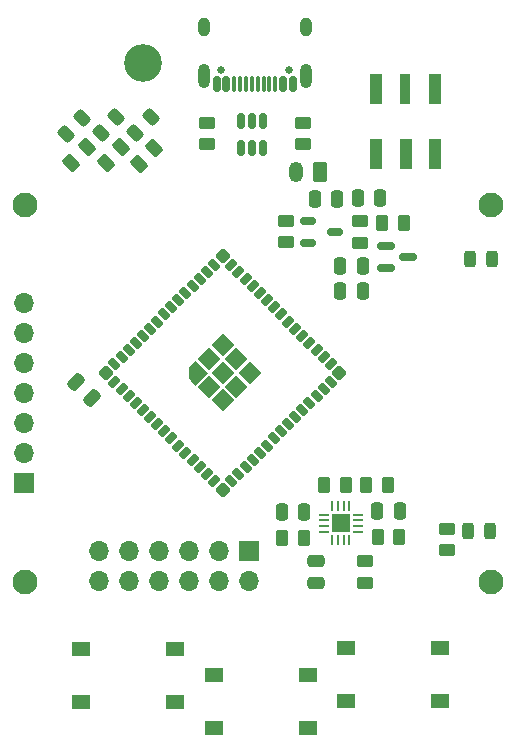
<source format=gbr>
%TF.GenerationSoftware,KiCad,Pcbnew,9.0.0*%
%TF.CreationDate,2026-01-25T00:23:47-05:00*%
%TF.ProjectId,hackapet_v4,6861636b-6170-4657-945f-76342e6b6963,rev?*%
%TF.SameCoordinates,Original*%
%TF.FileFunction,Soldermask,Top*%
%TF.FilePolarity,Negative*%
%FSLAX46Y46*%
G04 Gerber Fmt 4.6, Leading zero omitted, Abs format (unit mm)*
G04 Created by KiCad (PCBNEW 9.0.0) date 2026-01-25 00:23:47*
%MOMM*%
%LPD*%
G01*
G04 APERTURE LIST*
G04 Aperture macros list*
%AMRoundRect*
0 Rectangle with rounded corners*
0 $1 Rounding radius*
0 $2 $3 $4 $5 $6 $7 $8 $9 X,Y pos of 4 corners*
0 Add a 4 corners polygon primitive as box body*
4,1,4,$2,$3,$4,$5,$6,$7,$8,$9,$2,$3,0*
0 Add four circle primitives for the rounded corners*
1,1,$1+$1,$2,$3*
1,1,$1+$1,$4,$5*
1,1,$1+$1,$6,$7*
1,1,$1+$1,$8,$9*
0 Add four rect primitives between the rounded corners*
20,1,$1+$1,$2,$3,$4,$5,0*
20,1,$1+$1,$4,$5,$6,$7,0*
20,1,$1+$1,$6,$7,$8,$9,0*
20,1,$1+$1,$8,$9,$2,$3,0*%
G04 Aperture macros list end*
%ADD10C,0.010000*%
%ADD11C,2.100000*%
%ADD12C,0.650000*%
%ADD13RoundRect,0.150000X0.150000X0.500000X-0.150000X0.500000X-0.150000X-0.500000X0.150000X-0.500000X0*%
%ADD14RoundRect,0.075000X0.075000X0.575000X-0.075000X0.575000X-0.075000X-0.575000X0.075000X-0.575000X0*%
%ADD15O,1.000000X2.100000*%
%ADD16O,1.000000X1.600000*%
%ADD17R,1.550000X1.300000*%
%ADD18RoundRect,0.243750X0.150260X-0.494975X0.494975X-0.150260X-0.150260X0.494975X-0.494975X0.150260X0*%
%ADD19RoundRect,0.250000X-0.262500X-0.450000X0.262500X-0.450000X0.262500X0.450000X-0.262500X0.450000X0*%
%ADD20RoundRect,0.250000X-0.250000X-0.475000X0.250000X-0.475000X0.250000X0.475000X-0.250000X0.475000X0*%
%ADD21RoundRect,0.243750X0.243750X0.456250X-0.243750X0.456250X-0.243750X-0.456250X0.243750X-0.456250X0*%
%ADD22RoundRect,0.250000X0.250000X0.475000X-0.250000X0.475000X-0.250000X-0.475000X0.250000X-0.475000X0*%
%ADD23RoundRect,0.250000X0.132583X-0.503814X0.503814X-0.132583X-0.132583X0.503814X-0.503814X0.132583X0*%
%ADD24RoundRect,0.150000X-0.587500X-0.150000X0.587500X-0.150000X0.587500X0.150000X-0.587500X0.150000X0*%
%ADD25RoundRect,0.062500X0.375000X0.062500X-0.375000X0.062500X-0.375000X-0.062500X0.375000X-0.062500X0*%
%ADD26RoundRect,0.062500X0.062500X0.375000X-0.062500X0.375000X-0.062500X-0.375000X0.062500X-0.375000X0*%
%ADD27R,1.600000X1.600000*%
%ADD28R,1.700000X1.700000*%
%ADD29O,1.700000X1.700000*%
%ADD30RoundRect,0.250000X0.262500X0.450000X-0.262500X0.450000X-0.262500X-0.450000X0.262500X-0.450000X0*%
%ADD31RoundRect,0.250000X-0.450000X0.262500X-0.450000X-0.262500X0.450000X-0.262500X0.450000X0.262500X0*%
%ADD32C,3.200000*%
%ADD33RoundRect,0.150000X-0.512500X-0.150000X0.512500X-0.150000X0.512500X0.150000X-0.512500X0.150000X0*%
%ADD34RoundRect,0.250000X0.450000X-0.262500X0.450000X0.262500X-0.450000X0.262500X-0.450000X-0.262500X0*%
%ADD35RoundRect,0.250000X-0.475000X0.250000X-0.475000X-0.250000X0.475000X-0.250000X0.475000X0.250000X0*%
%ADD36RoundRect,0.102000X-0.141421X-0.424264X0.424264X0.141421X0.141421X0.424264X-0.424264X-0.141421X0*%
%ADD37RoundRect,0.102000X0.141421X-0.424264X0.424264X-0.141421X-0.141421X0.424264X-0.424264X0.141421X0*%
%ADD38RoundRect,0.102000X0.000000X-0.848528X0.848528X0.000000X0.000000X0.848528X-0.848528X0.000000X0*%
%ADD39RoundRect,0.102000X0.000000X-0.565685X0.565685X0.000000X0.000000X0.565685X-0.565685X0.000000X0*%
%ADD40R,1.000000X2.500000*%
%ADD41R,0.900000X2.500000*%
%ADD42RoundRect,0.250000X0.512652X0.159099X0.159099X0.512652X-0.512652X-0.159099X-0.159099X-0.512652X0*%
%ADD43RoundRect,0.150000X-0.150000X0.512500X-0.150000X-0.512500X0.150000X-0.512500X0.150000X0.512500X0*%
%ADD44RoundRect,0.250000X0.350000X0.625000X-0.350000X0.625000X-0.350000X-0.625000X0.350000X-0.625000X0*%
%ADD45O,1.200000X1.750000*%
G04 APERTURE END LIST*
D10*
%TO.C,U3*%
X185910408Y-81554416D02*
X184920459Y-82544365D01*
X184390129Y-82014035D01*
X184390129Y-81094797D01*
X184920459Y-80564467D01*
X185910408Y-81554416D01*
G36*
X185910408Y-81554416D02*
G01*
X184920459Y-82544365D01*
X184390129Y-82014035D01*
X184390129Y-81094797D01*
X184920459Y-80564467D01*
X185910408Y-81554416D01*
G37*
%TD*%
D11*
%TO.C,REF\u002A\u002A*%
X170500000Y-99300000D03*
%TD*%
D12*
%TO.C,J4*%
X192865000Y-55945000D03*
X187085000Y-55945000D03*
D13*
X193175000Y-57085000D03*
X192375000Y-57085000D03*
D14*
X191225000Y-57085000D03*
X190225000Y-57085000D03*
X189725000Y-57085000D03*
X188725000Y-57085000D03*
D13*
X187575000Y-57085000D03*
X186775000Y-57085000D03*
X186775000Y-57085000D03*
X187575000Y-57085000D03*
D14*
X188225000Y-57085000D03*
X189225000Y-57085000D03*
X190725000Y-57085000D03*
X191725000Y-57085000D03*
D13*
X192375000Y-57085000D03*
X193175000Y-57085000D03*
D15*
X194295000Y-56445000D03*
D16*
X194295000Y-52265000D03*
D15*
X185655000Y-56445000D03*
D16*
X185655000Y-52265000D03*
%TD*%
D17*
%TO.C,SW3*%
X205650000Y-109325000D03*
X197700000Y-109325000D03*
X205650000Y-104825000D03*
X197700000Y-104825000D03*
%TD*%
D18*
%TO.C,D3*%
X173987087Y-61287913D03*
X175312913Y-59962087D03*
%TD*%
D19*
%TO.C,R15*%
X199437500Y-91050000D03*
X201262500Y-91050000D03*
%TD*%
D20*
%TO.C,C7*%
X200347500Y-93210000D03*
X202247500Y-93210000D03*
%TD*%
D21*
%TO.C,D1*%
X210087500Y-71900000D03*
X208212500Y-71900000D03*
%TD*%
D22*
%TO.C,C6*%
X196956250Y-66793750D03*
X195056250Y-66793750D03*
%TD*%
D23*
%TO.C,R3*%
X180154765Y-63845235D03*
X181445235Y-62554765D03*
%TD*%
D24*
%TO.C,Q2*%
X201106250Y-70793750D03*
X201106250Y-72693750D03*
X202981250Y-71743750D03*
%TD*%
D17*
%TO.C,SW1*%
X183200000Y-109450000D03*
X175250000Y-109450000D03*
X183200000Y-104950000D03*
X175250000Y-104950000D03*
%TD*%
D25*
%TO.C,U4*%
X198687500Y-95050000D03*
X198687500Y-94550000D03*
X198687500Y-94050000D03*
X198687500Y-93550000D03*
D26*
X198000000Y-92862500D03*
X197500000Y-92862500D03*
X197000000Y-92862500D03*
X196500000Y-92862500D03*
D25*
X195812500Y-93550000D03*
X195812500Y-94050000D03*
X195812500Y-94550000D03*
X195812500Y-95050000D03*
D26*
X196500000Y-95737500D03*
X197000000Y-95737500D03*
X197500000Y-95737500D03*
X198000000Y-95737500D03*
D27*
X197250000Y-94300000D03*
%TD*%
D28*
%TO.C,DISPLAY_SSD1351*%
X170450000Y-90835000D03*
D29*
X170450000Y-88295000D03*
X170450000Y-85755000D03*
X170450000Y-83215000D03*
X170450000Y-80675000D03*
X170450000Y-78135000D03*
X170450000Y-75595000D03*
%TD*%
D30*
%TO.C,R8*%
X197662500Y-91062500D03*
X195837500Y-91062500D03*
%TD*%
D31*
%TO.C,R13*%
X198856250Y-68731250D03*
X198856250Y-70556250D03*
%TD*%
D28*
%TO.C,BREAKOUT_PINS1*%
X189490000Y-96610000D03*
D29*
X189490000Y-99150000D03*
X186950000Y-96610000D03*
X186950000Y-99150000D03*
X184410000Y-96610000D03*
X184410000Y-99150000D03*
X181870000Y-96610000D03*
X181870000Y-99150000D03*
X179330000Y-96610000D03*
X179330000Y-99150000D03*
X176790000Y-96610000D03*
X176790000Y-99150000D03*
%TD*%
D23*
%TO.C,R1*%
X174454765Y-63745235D03*
X175745235Y-62454765D03*
%TD*%
D32*
%TO.C,REF\u002A\u002A*%
X180500000Y-55300000D03*
%TD*%
D33*
%TO.C,U1*%
X194518750Y-68693750D03*
X194518750Y-70593750D03*
X196793750Y-69643750D03*
%TD*%
D34*
%TO.C,R7*%
X192600000Y-70512500D03*
X192600000Y-68687500D03*
%TD*%
D31*
%TO.C,R6*%
X206250000Y-94737500D03*
X206250000Y-96562500D03*
%TD*%
D19*
%TO.C,R14*%
X200793750Y-68893750D03*
X202618750Y-68893750D03*
%TD*%
D23*
%TO.C,R2*%
X177354765Y-63745235D03*
X178645235Y-62454765D03*
%TD*%
D21*
%TO.C,D7*%
X209937500Y-94950000D03*
X208062500Y-94950000D03*
%TD*%
D18*
%TO.C,D4*%
X176937087Y-61237913D03*
X178262913Y-59912087D03*
%TD*%
D35*
%TO.C,C8*%
X195197500Y-97460000D03*
X195197500Y-99360000D03*
%TD*%
D20*
%TO.C,C1*%
X198706250Y-66743750D03*
X200606250Y-66743750D03*
%TD*%
D11*
%TO.C,REF\u002A\u002A*%
X210000000Y-99300000D03*
%TD*%
D36*
%TO.C,U3*%
X178096878Y-82296878D03*
X178697919Y-82897919D03*
X179298960Y-83498960D03*
X179900000Y-84100000D03*
X180501041Y-84701041D03*
X181102082Y-85302082D03*
X181703123Y-85903123D03*
X182304164Y-86504163D03*
X182905204Y-87105204D03*
X183506245Y-87706245D03*
X184107286Y-88307286D03*
X184708327Y-88908327D03*
X185309367Y-89509367D03*
X185910408Y-90110408D03*
X186511449Y-90711449D03*
D37*
X187996373Y-90711449D03*
X188597414Y-90110408D03*
X189198455Y-89509367D03*
X189799495Y-88908327D03*
X190400536Y-88307286D03*
X191001577Y-87706245D03*
X191602618Y-87105204D03*
X192203658Y-86504163D03*
X192804699Y-85903123D03*
X193405740Y-85302082D03*
X194006781Y-84701041D03*
X194607822Y-84100000D03*
X195208862Y-83498960D03*
X195809903Y-82897919D03*
X196410944Y-82296878D03*
D36*
X196410944Y-80811954D03*
X195809903Y-80210913D03*
X195208862Y-79609872D03*
X194607822Y-79008832D03*
X194006781Y-78407791D03*
X193405740Y-77806750D03*
X192804699Y-77205709D03*
X192203658Y-76604669D03*
X191602618Y-76003628D03*
X191001577Y-75402587D03*
X190400536Y-74801546D03*
X189799495Y-74200505D03*
X189198455Y-73599465D03*
X188597414Y-72998424D03*
X187996373Y-72397383D03*
D37*
X186511449Y-72397383D03*
X185910408Y-72998424D03*
X185309367Y-73599465D03*
X184708327Y-74200505D03*
X184107286Y-74801546D03*
X183506245Y-75402587D03*
X182905204Y-76003628D03*
X182304164Y-76604669D03*
X181703123Y-77205709D03*
X181102082Y-77806750D03*
X180501041Y-78407791D03*
X179900000Y-79008832D03*
X179298960Y-79609872D03*
X178697919Y-80210913D03*
X178096878Y-80811954D03*
D38*
X187253911Y-81554416D03*
X186087185Y-82721142D03*
X187253911Y-83887868D03*
X188420637Y-82721142D03*
X189587363Y-81554416D03*
X188420637Y-80387690D03*
X187253911Y-79220964D03*
X186087185Y-80387690D03*
D39*
X177354416Y-81554416D03*
X187253911Y-91453911D03*
X197153406Y-81554416D03*
X187253911Y-71654921D03*
%TD*%
D18*
%TO.C,D5*%
X179862087Y-61237913D03*
X181187913Y-59912087D03*
%TD*%
D17*
%TO.C,SW2*%
X194475000Y-111650000D03*
X186525000Y-111650000D03*
X194475000Y-107150000D03*
X186525000Y-107150000D03*
%TD*%
D30*
%TO.C,R11*%
X194110000Y-95510000D03*
X192285000Y-95510000D03*
%TD*%
D31*
%TO.C,R4*%
X194100000Y-60387500D03*
X194100000Y-62212500D03*
%TD*%
D19*
%TO.C,R9*%
X200385000Y-95410000D03*
X202210000Y-95410000D03*
%TD*%
D20*
%TO.C,C4*%
X197206250Y-72493750D03*
X199106250Y-72493750D03*
%TD*%
D11*
%TO.C,REF\u002A\u002A*%
X210000000Y-67300000D03*
%TD*%
D40*
%TO.C,SW4*%
X200250000Y-63050000D03*
X202750000Y-63050000D03*
X205250000Y-63050000D03*
X200250000Y-57550000D03*
D41*
X202700000Y-57550000D03*
D40*
X205250000Y-57550000D03*
%TD*%
D11*
%TO.C,REF\u002A\u002A*%
X170500000Y-67300000D03*
%TD*%
D31*
%TO.C,R5*%
X185950000Y-60387500D03*
X185950000Y-62212500D03*
%TD*%
D42*
%TO.C,C2*%
X176175662Y-83642715D03*
X174832160Y-82299213D03*
%TD*%
D31*
%TO.C,R12*%
X199297500Y-97497500D03*
X199297500Y-99322500D03*
%TD*%
D43*
%TO.C,U11*%
X190712500Y-60212500D03*
X189762500Y-60212500D03*
X188812500Y-60212500D03*
X188812500Y-62487500D03*
X189762500Y-62487500D03*
X190712500Y-62487500D03*
%TD*%
D20*
%TO.C,C5*%
X197206250Y-74593750D03*
X199106250Y-74593750D03*
%TD*%
D22*
%TO.C,C3*%
X194147500Y-93310000D03*
X192247500Y-93310000D03*
%TD*%
D44*
%TO.C,J7*%
X195500000Y-64550000D03*
D45*
X193500000Y-64550000D03*
%TD*%
M02*

</source>
